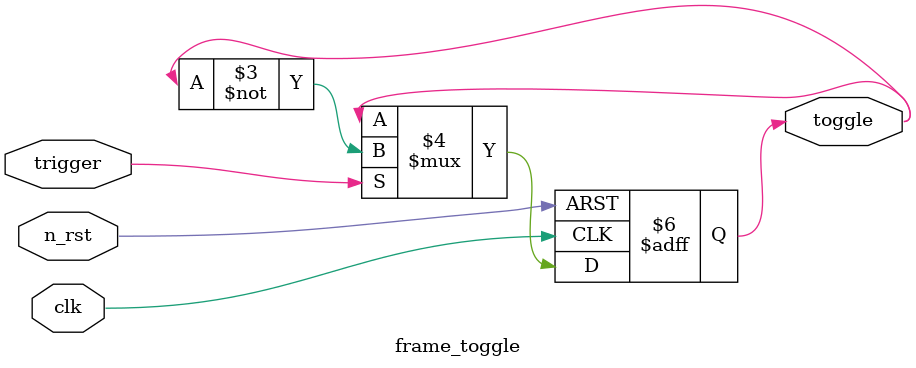
<source format=v>
`timescale 1ns / 1ps
module frame_toggle (
    input wire clk,
    input wire n_rst,
    input wire trigger,  // Toggle trigger (e.g., from a button or frame done signal)
    output reg toggle
);
    always @(posedge clk or negedge n_rst) begin
        if (!n_rst) begin
            toggle <= 0;
        end
        else if (trigger) begin
            toggle <= ~toggle;  // Toggle the frame role
        end
    end
endmodule

</source>
